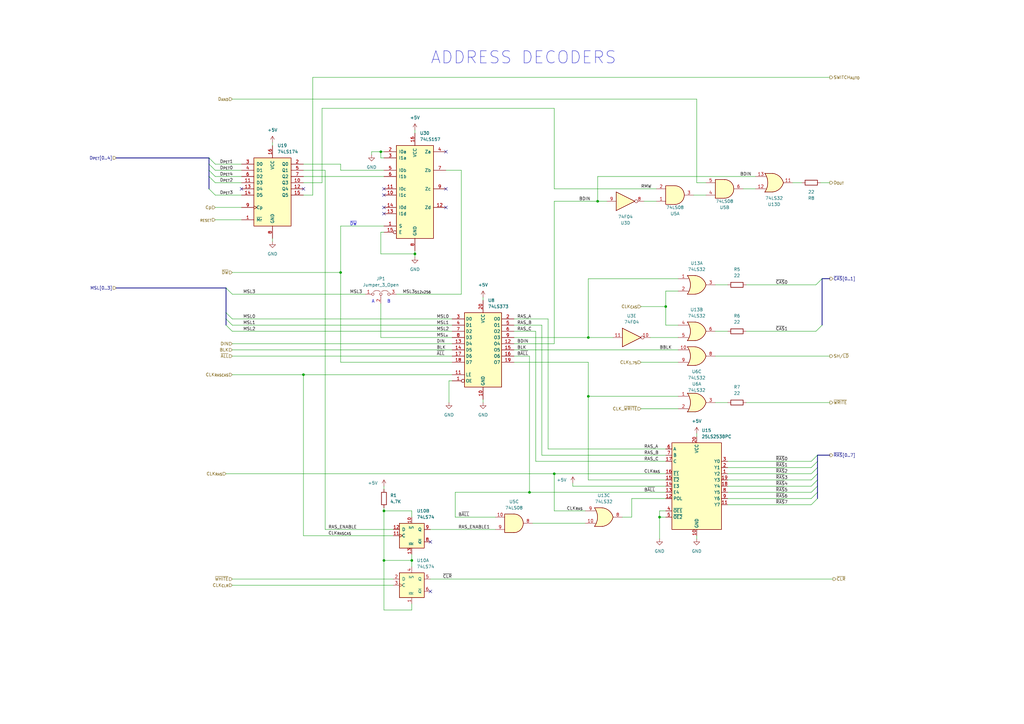
<source format=kicad_sch>
(kicad_sch (version 20230121) (generator eeschema)
  (paper "A3")
  (title_block (title "LOW SPEED GRAPHIK") (date "2022-03-13") (rev "V001") (comment 1 "reverse-engineered in 2022") (comment 2 "creativecommons.org/licenses/by/4.0/") (comment 3 "License: CC BY 4.0") (comment 4 "Author: InsaneDruid"))
  (lib_symbols
    (symbol "74xx:74AHC04"
      (property "Reference" "U" (at 0 1.27 0))
      (property "Value" "74AHC04" (at 0 -1.27 0))
      (symbol "74AHC04_1_0"
        (polyline (pts (xy -3.81 3.81) (xy -3.81 -3.81) (xy 3.81 0) (xy -3.81 3.81)) (stroke (width 0.254)) (fill (type background)))
        (pin input line (at -7.62 0 0) (length 3.81) (name "~") (number "1"))
        (pin output inverted (at 7.62 0 180) (length 3.81) (name "~") (number "2"))
      )
      (symbol "74AHC04_2_0"
        (polyline (pts (xy -3.81 3.81) (xy -3.81 -3.81) (xy 3.81 0) (xy -3.81 3.81)) (stroke (width 0.254)) (fill (type background)))
        (pin input line (at -7.62 0 0) (length 3.81) (name "~") (number "3"))
        (pin output inverted (at 7.62 0 180) (length 3.81) (name "~") (number "4"))
      )
      (symbol "74AHC04_3_0"
        (polyline (pts (xy -3.81 3.81) (xy -3.81 -3.81) (xy 3.81 0) (xy -3.81 3.81)) (stroke (width 0.254)) (fill (type background)))
        (pin input line (at -7.62 0 0) (length 3.81) (name "~") (number "5"))
        (pin output inverted (at 7.62 0 180) (length 3.81) (name "~") (number "6"))
      )
      (symbol "74AHC04_4_0"
        (polyline (pts (xy -3.81 3.81) (xy -3.81 -3.81) (xy 3.81 0) (xy -3.81 3.81)) (stroke (width 0.254)) (fill (type background)))
        (pin output inverted (at 7.62 0 180) (length 3.81) (name "~") (number "8"))
        (pin input line (at -7.62 0 0) (length 3.81) (name "~") (number "9"))
      )
      (symbol "74AHC04_5_0"
        (polyline (pts (xy -3.81 3.81) (xy -3.81 -3.81) (xy 3.81 0) (xy -3.81 3.81)) (stroke (width 0.254)) (fill (type background)))
        (pin output inverted (at 7.62 0 180) (length 3.81) (name "~") (number "10"))
        (pin input line (at -7.62 0 0) (length 3.81) (name "~") (number "11"))
      )
      (symbol "74AHC04_6_0"
        (polyline (pts (xy -3.81 3.81) (xy -3.81 -3.81) (xy 3.81 0) (xy -3.81 3.81)) (stroke (width 0.254)) (fill (type background)))
        (pin output inverted (at 7.62 0 180) (length 3.81) (name "~") (number "12"))
        (pin input line (at -7.62 0 0) (length 3.81) (name "~") (number "13"))
      )
      (symbol "74AHC04_7_0"
        (pin power_in line (at 0 12.7 270) (length 5.08) (name "VCC") (number "14"))
        (pin power_in line (at 0 -12.7 90) (length 5.08) (name "GND") (number "7"))
      )
      (symbol "74AHC04_7_1"
        (rectangle (start -5.08 7.62) (end 5.08 -7.62) (stroke (width 0.254)) (fill (type background)))
      )
    )
    (symbol "74xx:74LS08" (pin_names (offset 1.016))
      (property "Reference" "U" (at 0 1.27 0))
      (property "Value" "74LS08" (at 0 -1.27 0))
      (symbol "74LS08_1_1"
        (arc (start 0 -3.81) (mid 3.7934 0) (end 0 3.81) (stroke (width 0.254)) (fill (type background)))
        (polyline (pts (xy 0 3.81) (xy -3.81 3.81) (xy -3.81 -3.81) (xy 0 -3.81)) (stroke (width 0.254)) (fill (type background)))
        (pin input line (at -7.62 2.54 0) (length 3.81) (name "~") (number "1"))
        (pin input line (at -7.62 -2.54 0) (length 3.81) (name "~") (number "2"))
        (pin output line (at 7.62 0 180) (length 3.81) (name "~") (number "3"))
      )
      (symbol "74LS08_1_2"
        (arc (start -3.81 -3.81) (mid -2.589 0) (end -3.81 3.81) (stroke (width 0.254)))
        (arc (start -0.6096 -3.81) (mid 2.1855 -2.584) (end 3.81 0) (stroke (width 0.254)) (fill (type background)))
        (polyline (pts (xy -3.81 -3.81) (xy -0.635 -3.81)) (stroke (width 0.254)) (fill (type background)))
        (polyline (pts (xy -3.81 3.81) (xy -0.635 3.81)) (stroke (width 0.254)) (fill (type background)))
        (polyline (pts (xy -0.635 3.81) (xy -3.81 3.81) (xy -3.81 3.81) (xy -3.556 3.4036) (xy -3.0226 2.2606) (xy -2.6924 1.0414) (xy -2.6162 -0.254) (xy -2.7686 -1.4986) (xy -3.175 -2.7178) (xy -3.81 -3.81) (xy -3.81 -3.81) (xy -0.635 -3.81)) (stroke (width -25.4)) (fill (type background)))
        (arc (start 3.81 0) (mid 2.1928 2.5925) (end -0.6096 3.81) (stroke (width 0.254)) (fill (type background)))
        (pin input inverted (at -7.62 2.54 0) (length 4.318) (name "~") (number "1"))
        (pin input inverted (at -7.62 -2.54 0) (length 4.318) (name "~") (number "2"))
        (pin output inverted (at 7.62 0 180) (length 3.81) (name "~") (number "3"))
      )
      (symbol "74LS08_2_1"
        (arc (start 0 -3.81) (mid 3.7934 0) (end 0 3.81) (stroke (width 0.254)) (fill (type background)))
        (polyline (pts (xy 0 3.81) (xy -3.81 3.81) (xy -3.81 -3.81) (xy 0 -3.81)) (stroke (width 0.254)) (fill (type background)))
        (pin input line (at -7.62 2.54 0) (length 3.81) (name "~") (number "4"))
        (pin input line (at -7.62 -2.54 0) (length 3.81) (name "~") (number "5"))
        (pin output line (at 7.62 0 180) (length 3.81) (name "~") (number "6"))
      )
      (symbol "74LS08_2_2"
        (arc (start -3.81 -3.81) (mid -2.589 0) (end -3.81 3.81) (stroke (width 0.254)))
        (arc (start -0.6096 -3.81) (mid 2.1855 -2.584) (end 3.81 0) (stroke (width 0.254)) (fill (type background)))
        (polyline (pts (xy -3.81 -3.81) (xy -0.635 -3.81)) (stroke (width 0.254)) (fill (type background)))
        (polyline (pts (xy -3.81 3.81) (xy -0.635 3.81)) (stroke (width 0.254)) (fill (type background)))
        (polyline (pts (xy -0.635 3.81) (xy -3.81 3.81) (xy -3.81 3.81) (xy -3.556 3.4036) (xy -3.0226 2.2606) (xy -2.6924 1.0414) (xy -2.6162 -0.254) (xy -2.7686 -1.4986) (xy -3.175 -2.7178) (xy -3.81 -3.81) (xy -3.81 -3.81) (xy -0.635 -3.81)) (stroke (width -25.4)) (fill (type background)))
        (arc (start 3.81 0) (mid 2.1928 2.5925) (end -0.6096 3.81) (stroke (width 0.254)) (fill (type background)))
        (pin input inverted (at -7.62 2.54 0) (length 4.318) (name "~") (number "4"))
        (pin input inverted (at -7.62 -2.54 0) (length 4.318) (name "~") (number "5"))
        (pin output inverted (at 7.62 0 180) (length 3.81) (name "~") (number "6"))
      )
      (symbol "74LS08_3_1"
        (arc (start 0 -3.81) (mid 3.7934 0) (end 0 3.81) (stroke (width 0.254)) (fill (type background)))
        (polyline (pts (xy 0 3.81) (xy -3.81 3.81) (xy -3.81 -3.81) (xy 0 -3.81)) (stroke (width 0.254)) (fill (type background)))
        (pin input line (at -7.62 -2.54 0) (length 3.81) (name "~") (number "10"))
        (pin output line (at 7.62 0 180) (length 3.81) (name "~") (number "8"))
        (pin input line (at -7.62 2.54 0) (length 3.81) (name "~") (number "9"))
      )
      (symbol "74LS08_3_2"
        (arc (start -3.81 -3.81) (mid -2.589 0) (end -3.81 3.81) (stroke (width 0.254)))
        (arc (start -0.6096 -3.81) (mid 2.1855 -2.584) (end 3.81 0) (stroke (width 0.254)) (fill (type background)))
        (polyline (pts (xy -3.81 -3.81) (xy -0.635 -3.81)) (stroke (width 0.254)) (fill (type background)))
        (polyline (pts (xy -3.81 3.81) (xy -0.635 3.81)) (stroke (width 0.254)) (fill (type background)))
        (polyline (pts (xy -0.635 3.81) (xy -3.81 3.81) (xy -3.81 3.81) (xy -3.556 3.4036) (xy -3.0226 2.2606) (xy -2.6924 1.0414) (xy -2.6162 -0.254) (xy -2.7686 -1.4986) (xy -3.175 -2.7178) (xy -3.81 -3.81) (xy -3.81 -3.81) (xy -0.635 -3.81)) (stroke (width -25.4)) (fill (type background)))
        (arc (start 3.81 0) (mid 2.1928 2.5925) (end -0.6096 3.81) (stroke (width 0.254)) (fill (type background)))
        (pin input inverted (at -7.62 -2.54 0) (length 4.318) (name "~") (number "10"))
        (pin output inverted (at 7.62 0 180) (length 3.81) (name "~") (number "8"))
        (pin input inverted (at -7.62 2.54 0) (length 4.318) (name "~") (number "9"))
      )
      (symbol "74LS08_4_1"
        (arc (start 0 -3.81) (mid 3.7934 0) (end 0 3.81) (stroke (width 0.254)) (fill (type background)))
        (polyline (pts (xy 0 3.81) (xy -3.81 3.81) (xy -3.81 -3.81) (xy 0 -3.81)) (stroke (width 0.254)) (fill (type background)))
        (pin output line (at 7.62 0 180) (length 3.81) (name "~") (number "11"))
        (pin input line (at -7.62 2.54 0) (length 3.81) (name "~") (number "12"))
        (pin input line (at -7.62 -2.54 0) (length 3.81) (name "~") (number "13"))
      )
      (symbol "74LS08_4_2"
        (arc (start -3.81 -3.81) (mid -2.589 0) (end -3.81 3.81) (stroke (width 0.254)))
        (arc (start -0.6096 -3.81) (mid 2.1855 -2.584) (end 3.81 0) (stroke (width 0.254)) (fill (type background)))
        (polyline (pts (xy -3.81 -3.81) (xy -0.635 -3.81)) (stroke (width 0.254)) (fill (type background)))
        (polyline (pts (xy -3.81 3.81) (xy -0.635 3.81)) (stroke (width 0.254)) (fill (type background)))
        (polyline (pts (xy -0.635 3.81) (xy -3.81 3.81) (xy -3.81 3.81) (xy -3.556 3.4036) (xy -3.0226 2.2606) (xy -2.6924 1.0414) (xy -2.6162 -0.254) (xy -2.7686 -1.4986) (xy -3.175 -2.7178) (xy -3.81 -3.81) (xy -3.81 -3.81) (xy -0.635 -3.81)) (stroke (width -25.4)) (fill (type background)))
        (arc (start 3.81 0) (mid 2.1928 2.5925) (end -0.6096 3.81) (stroke (width 0.254)) (fill (type background)))
        (pin output inverted (at 7.62 0 180) (length 3.81) (name "~") (number "11"))
        (pin input inverted (at -7.62 2.54 0) (length 4.318) (name "~") (number "12"))
        (pin input inverted (at -7.62 -2.54 0) (length 4.318) (name "~") (number "13"))
      )
      (symbol "74LS08_5_0"
        (pin power_in line (at 0 12.7 270) (length 5.08) (name "VCC") (number "14"))
        (pin power_in line (at 0 -12.7 90) (length 5.08) (name "GND") (number "7"))
      )
      (symbol "74LS08_5_1"
        (rectangle (start -5.08 7.62) (end 5.08 -7.62) (stroke (width 0.254)) (fill (type background)))
      )
    )
    (symbol "74xx:74LS157" (pin_names (offset 1.016))
      (property "Reference" "U" (at -7.62 19.05 0))
      (property "Value" "74LS157" (at -7.62 -21.59 0))
      (symbol "74LS157_1_0"
        (pin input line (at -12.7 -15.24 0) (length 5.08) (name "S") (number "1"))
        (pin input line (at -12.7 -2.54 0) (length 5.08) (name "I1c") (number "10"))
        (pin input line (at -12.7 0 0) (length 5.08) (name "I0c") (number "11"))
        (pin output line (at 12.7 -7.62 180) (length 5.08) (name "Zd") (number "12"))
        (pin input line (at -12.7 -10.16 0) (length 5.08) (name "I1d") (number "13"))
        (pin input line (at -12.7 -7.62 0) (length 5.08) (name "I0d") (number "14"))
        (pin input inverted (at -12.7 -17.78 0) (length 5.08) (name "E") (number "15"))
        (pin power_in line (at 0 22.86 270) (length 5.08) (name "VCC") (number "16"))
        (pin input line (at -12.7 15.24 0) (length 5.08) (name "I0a") (number "2"))
        (pin input line (at -12.7 12.7 0) (length 5.08) (name "I1a") (number "3"))
        (pin output line (at 12.7 15.24 180) (length 5.08) (name "Za") (number "4"))
        (pin input line (at -12.7 7.62 0) (length 5.08) (name "I0b") (number "5"))
        (pin input line (at -12.7 5.08 0) (length 5.08) (name "I1b") (number "6"))
        (pin output line (at 12.7 7.62 180) (length 5.08) (name "Zb") (number "7"))
        (pin power_in line (at 0 -25.4 90) (length 5.08) (name "GND") (number "8"))
        (pin output line (at 12.7 0 180) (length 5.08) (name "Zc") (number "9"))
      )
      (symbol "74LS157_1_1"
        (rectangle (start -7.62 17.78) (end 7.62 -20.32) (stroke (width 0.254)) (fill (type background)))
      )
    )
    (symbol "74xx:74LS174" (pin_names (offset 1.016))
      (property "Reference" "U" (at -7.62 13.97 0))
      (property "Value" "74LS174" (at -7.62 -16.51 0))
      (symbol "74LS174_1_0"
        (pin input line (at -12.7 -12.7 0) (length 5.08) (name "~{Mr}") (number "1"))
        (pin output line (at 12.7 2.54 180) (length 5.08) (name "Q3") (number "10"))
        (pin input line (at -12.7 2.54 0) (length 5.08) (name "D3") (number "11"))
        (pin output line (at 12.7 0 180) (length 5.08) (name "Q4") (number "12"))
        (pin input line (at -12.7 0 0) (length 5.08) (name "D4") (number "13"))
        (pin input line (at -12.7 -2.54 0) (length 5.08) (name "D5") (number "14"))
        (pin output line (at 12.7 -2.54 180) (length 5.08) (name "Q5") (number "15"))
        (pin power_in line (at 0 17.78 270) (length 5.08) (name "VCC") (number "16"))
        (pin output line (at 12.7 10.16 180) (length 5.08) (name "Q0") (number "2"))
        (pin input line (at -12.7 10.16 0) (length 5.08) (name "D0") (number "3"))
        (pin input line (at -12.7 7.62 0) (length 5.08) (name "D1") (number "4"))
        (pin output line (at 12.7 7.62 180) (length 5.08) (name "Q1") (number "5"))
        (pin input line (at -12.7 5.08 0) (length 5.08) (name "D2") (number "6"))
        (pin output line (at 12.7 5.08 180) (length 5.08) (name "Q2") (number "7"))
        (pin power_in line (at 0 -20.32 90) (length 5.08) (name "GND") (number "8"))
        (pin input clock (at -12.7 -7.62 0) (length 5.08) (name "Cp") (number "9"))
      )
      (symbol "74LS174_1_1"
        (rectangle (start -7.62 12.7) (end 7.62 -15.24) (stroke (width 0.254)) (fill (type background)))
      )
    )
    (symbol "74xx:74LS32" (pin_names (offset 1.016))
      (property "Reference" "U" (at 0 1.27 0))
      (property "Value" "74LS32" (at 0 -1.27 0))
      (symbol "74LS32_1_1"
        (arc (start -3.81 -3.81) (mid -2.589 0) (end -3.81 3.81) (stroke (width 0.254)))
        (arc (start -0.6096 -3.81) (mid 2.1855 -2.584) (end 3.81 0) (stroke (width 0.254)) (fill (type background)))
        (polyline (pts (xy -3.81 -3.81) (xy -0.635 -3.81)) (stroke (width 0.254)) (fill (type background)))
        (polyline (pts (xy -3.81 3.81) (xy -0.635 3.81)) (stroke (width 0.254)) (fill (type background)))
        (polyline (pts (xy -0.635 3.81) (xy -3.81 3.81) (xy -3.81 3.81) (xy -3.556 3.4036) (xy -3.0226 2.2606) (xy -2.6924 1.0414) (xy -2.6162 -0.254) (xy -2.7686 -1.4986) (xy -3.175 -2.7178) (xy -3.81 -3.81) (xy -3.81 -3.81) (xy -0.635 -3.81)) (stroke (width -25.4)) (fill (type background)))
        (arc (start 3.81 0) (mid 2.1928 2.5925) (end -0.6096 3.81) (stroke (width 0.254)) (fill (type background)))
        (pin input line (at -7.62 2.54 0) (length 4.318) (name "~") (number "1"))
        (pin input line (at -7.62 -2.54 0) (length 4.318) (name "~") (number "2"))
        (pin output line (at 7.62 0 180) (length 3.81) (name "~") (number "3"))
      )
      (symbol "74LS32_1_2"
        (arc (start 0 -3.81) (mid 3.7934 0) (end 0 3.81) (stroke (width 0.254)) (fill (type background)))
        (polyline (pts (xy 0 3.81) (xy -3.81 3.81) (xy -3.81 -3.81) (xy 0 -3.81)) (stroke (width 0.254)) (fill (type background)))
        (pin input inverted (at -7.62 2.54 0) (length 3.81) (name "~") (number "1"))
        (pin input inverted (at -7.62 -2.54 0) (length 3.81) (name "~") (number "2"))
        (pin output inverted (at 7.62 0 180) (length 3.81) (name "~") (number "3"))
      )
      (symbol "74LS32_2_1"
        (arc (start -3.81 -3.81) (mid -2.589 0) (end -3.81 3.81) (stroke (width 0.254)))
        (arc (start -0.6096 -3.81) (mid 2.1855 -2.584) (end 3.81 0) (stroke (width 0.254)) (fill (type background)))
        (polyline (pts (xy -3.81 -3.81) (xy -0.635 -3.81)) (stroke (width 0.254)) (fill (type background)))
        (polyline (pts (xy -3.81 3.81) (xy -0.635 3.81)) (stroke (width 0.254)) (fill (type background)))
        (polyline (pts (xy -0.635 3.81) (xy -3.81 3.81) (xy -3.81 3.81) (xy -3.556 3.4036) (xy -3.0226 2.2606) (xy -2.6924 1.0414) (xy -2.6162 -0.254) (xy -2.7686 -1.4986) (xy -3.175 -2.7178) (xy -3.81 -3.81) (xy -3.81 -3.81) (xy -0.635 -3.81)) (stroke (width -25.4)) (fill (type background)))
        (arc (start 3.81 0) (mid 2.1928 2.5925) (end -0.6096 3.81) (stroke (width 0.254)) (fill (type background)))
        (pin input line (at -7.62 2.54 0) (length 4.318) (name "~") (number "4"))
        (pin input line (at -7.62 -2.54 0) (length 4.318) (name "~") (number "5"))
        (pin output line (at 7.62 0 180) (length 3.81) (name "~") (number "6"))
      )
      (symbol "74LS32_2_2"
        (arc (start 0 -3.81) (mid 3.7934 0) (end 0 3.81) (stroke (width 0.254)) (fill (type background)))
        (polyline (pts (xy 0 3.81) (xy -3.81 3.81) (xy -3.81 -3.81) (xy 0 -3.81)) (stroke (width 0.254)) (fill (type background)))
        (pin input inverted (at -7.62 2.54 0) (length 3.81) (name "~") (number "4"))
        (pin input inverted (at -7.62 -2.54 0) (length 3.81) (name "~") (number "5"))
        (pin output inverted (at 7.62 0 180) (length 3.81) (name "~") (number "6"))
      )
      (symbol "74LS32_3_1"
        (arc (start -3.81 -3.81) (mid -2.589 0) (end -3.81 3.81) (stroke (width 0.254)))
        (arc (start -0.6096 -3.81) (mid 2.1855 -2.584) (end 3.81 0) (stroke (width 0.254)) (fill (type background)))
        (polyline (pts (xy -3.81 -3.81) (xy -0.635 -3.81)) (stroke (width 0.254)) (fill (type background)))
        (polyline (pts (xy -3.81 3.81) (xy -0.635 3.81)) (stroke (width 0.254)) (fill (type background)))
        (polyline (pts (xy -0.635 3.81) (xy -3.81 3.81) (xy -3.81 3.81) (xy -3.556 3.4036) (xy -3.0226 2.2606) (xy -2.6924 1.0414) (xy -2.6162 -0.254) (xy -2.7686 -1.4986) (xy -3.175 -2.7178) (xy -3.81 -3.81) (xy -3.81 -3.81) (xy -0.635 -3.81)) (stroke (width -25.4)) (fill (type background)))
        (arc (start 3.81 0) (mid 2.1928 2.5925) (end -0.6096 3.81) (stroke (width 0.254)) (fill (type background)))
        (pin input line (at -7.62 -2.54 0) (length 4.318) (name "~") (number "10"))
        (pin output line (at 7.62 0 180) (length 3.81) (name "~") (number "8"))
        (pin input line (at -7.62 2.54 0) (length 4.318) (name "~") (number "9"))
      )
      (symbol "74LS32_3_2"
        (arc (start 0 -3.81) (mid 3.7934 0) (end 0 3.81) (stroke (width 0.254)) (fill (type background)))
        (polyline (pts (xy 0 3.81) (xy -3.81 3.81) (xy -3.81 -3.81) (xy 0 -3.81)) (stroke (width 0.254)) (fill (type background)))
        (pin input inverted (at -7.62 -2.54 0) (length 3.81) (name "~") (number "10"))
        (pin output inverted (at 7.62 0 180) (length 3.81) (name "~") (number "8"))
        (pin input inverted (at -7.62 2.54 0) (length 3.81) (name "~") (number "9"))
      )
      (symbol "74LS32_4_1"
        (arc (start -3.81 -3.81) (mid -2.589 0) (end -3.81 3.81) (stroke (width 0.254)))
        (arc (start -0.6096 -3.81) (mid 2.1855 -2.584) (end 3.81 0) (stroke (width 0.254)) (fill (type background)))
        (polyline (pts (xy -3.81 -3.81) (xy -0.635 -3.81)) (stroke (width 0.254)) (fill (type background)))
        (polyline (pts (xy -3.81 3.81) (xy -0.635 3.81)) (stroke (width 0.254)) (fill (type background)))
        (polyline (pts (xy -0.635 3.81) (xy -3.81 3.81) (xy -3.81 3.81) (xy -3.556 3.4036) (xy -3.0226 2.2606) (xy -2.6924 1.0414) (xy -2.6162 -0.254) (xy -2.7686 -1.4986) (xy -3.175 -2.7178) (xy -3.81 -3.81) (xy -3.81 -3.81) (xy -0.635 -3.81)) (stroke (width -25.4)) (fill (type background)))
        (arc (start 3.81 0) (mid 2.1928 2.5925) (end -0.6096 3.81) (stroke (width 0.254)) (fill (type background)))
        (pin output line (at 7.62 0 180) (length 3.81) (name "~") (number "11"))
        (pin input line (at -7.62 2.54 0) (length 4.318) (name "~") (number "12"))
        (pin input line (at -7.62 -2.54 0) (length 4.318) (name "~") (number "13"))
      )
      (symbol "74LS32_4_2"
        (arc (start 0 -3.81) (mid 3.7934 0) (end 0 3.81) (stroke (width 0.254)) (fill (type background)))
        (polyline (pts (xy 0 3.81) (xy -3.81 3.81) (xy -3.81 -3.81) (xy 0 -3.81)) (stroke (width 0.254)) (fill (type background)))
        (pin output inverted (at 7.62 0 180) (length 3.81) (name "~") (number "11"))
        (pin input inverted (at -7.62 2.54 0) (length 3.81) (name "~") (number "12"))
        (pin input inverted (at -7.62 -2.54 0) (length 3.81) (name "~") (number "13"))
      )
      (symbol "74LS32_5_0"
        (pin power_in line (at 0 12.7 270) (length 5.08) (name "VCC") (number "14"))
        (pin power_in line (at 0 -12.7 90) (length 5.08) (name "GND") (number "7"))
      )
      (symbol "74LS32_5_1"
        (rectangle (start -5.08 7.62) (end 5.08 -7.62) (stroke (width 0.254)) (fill (type background)))
      )
    )
    (symbol "74xx:74LS373"
      (property "Reference" "U" (at -7.62 16.51 0))
      (property "Value" "74LS373" (at -7.62 -16.51 0))
      (symbol "74LS373_1_0"
        (pin input inverted (at -12.7 -12.7 0) (length 5.08) (name "OE") (number "1"))
        (pin power_in line (at 0 -20.32 90) (length 5.08) (name "GND") (number "10"))
        (pin input line (at -12.7 -10.16 0) (length 5.08) (name "LE") (number "11"))
        (pin tri_state line (at 12.7 2.54 180) (length 5.08) (name "O4") (number "12"))
        (pin input line (at -12.7 2.54 0) (length 5.08) (name "D4") (number "13"))
        (pin input line (at -12.7 0 0) (length 5.08) (name "D5") (number "14"))
        (pin tri_state line (at 12.7 0 180) (length 5.08) (name "O5") (number "15"))
        (pin tri_state line (at 12.7 -2.54 180) (length 5.08) (name "O6") (number "16"))
        (pin input line (at -12.7 -2.54 0) (length 5.08) (name "D6") (number "17"))
        (pin input line (at -12.7 -5.08 0) (length 5.08) (name "D7") (number "18"))
        (pin tri_state line (at 12.7 -5.08 180) (length 5.08) (name "O7") (number "19"))
        (pin tri_state line (at 12.7 12.7 180) (length 5.08) (name "O0") (number "2"))
        (pin power_in line (at 0 20.32 270) (length 5.08) (name "VCC") (number "20"))
        (pin input line (at -12.7 12.7 0) (length 5.08) (name "D0") (number "3"))
        (pin input line (at -12.7 10.16 0) (length 5.08) (name "D1") (number "4"))
        (pin tri_state line (at 12.7 10.16 180) (length 5.08) (name "O1") (number "5"))
        (pin tri_state line (at 12.7 7.62 180) (length 5.08) (name "O2") (number "6"))
        (pin input line (at -12.7 7.62 0) (length 5.08) (name "D2") (number "7"))
        (pin input line (at -12.7 5.08 0) (length 5.08) (name "D3") (number "8"))
        (pin tri_state line (at 12.7 5.08 180) (length 5.08) (name "O3") (number "9"))
      )
      (symbol "74LS373_1_1"
        (rectangle (start -7.62 15.24) (end 7.62 -15.24) (stroke (width 0.254)) (fill (type background)))
      )
    )
    (symbol "74xx:74LS74" (pin_names (offset 1.016))
      (property "Reference" "U" (at -7.62 8.89 0))
      (property "Value" "74LS74" (at -7.62 -8.89 0))
      (symbol "74LS74_1_0"
        (pin input line (at 0 -7.62 90) (length 2.54) (name "~{R}") (number "1"))
        (pin input line (at -7.62 2.54 0) (length 2.54) (name "D") (number "2"))
        (pin input clock (at -7.62 0 0) (length 2.54) (name "C") (number "3"))
        (pin input line (at 0 7.62 270) (length 2.54) (name "~{S}") (number "4"))
        (pin output line (at 7.62 2.54 180) (length 2.54) (name "Q") (number "5"))
        (pin output line (at 7.62 -2.54 180) (length 2.54) (name "~{Q}") (number "6"))
      )
      (symbol "74LS74_1_1"
        (rectangle (start -5.08 5.08) (end 5.08 -5.08) (stroke (width 0.254)) (fill (type background)))
      )
      (symbol "74LS74_2_0"
        (pin input line (at 0 7.62 270) (length 2.54) (name "~{S}") (number "10"))
        (pin input clock (at -7.62 0 0) (length 2.54) (name "C") (number "11"))
        (pin input line (at -7.62 2.54 0) (length 2.54) (name "D") (number "12"))
        (pin input line (at 0 -7.62 90) (length 2.54) (name "~{R}") (number "13"))
        (pin output line (at 7.62 -2.54 180) (length 2.54) (name "~{Q}") (number "8"))
        (pin output line (at 7.62 2.54 180) (length 2.54) (name "Q") (number "9"))
      )
      (symbol "74LS74_2_1"
        (rectangle (start -5.08 5.08) (end 5.08 -5.08) (stroke (width 0.254)) (fill (type background)))
      )
      (symbol "74LS74_3_0"
        (pin power_in line (at 0 10.16 270) (length 2.54) (name "VCC") (number "14"))
        (pin power_in line (at 0 -10.16 90) (length 2.54) (name "GND") (number "7"))
      )
      (symbol "74LS74_3_1"
        (rectangle (start -5.08 7.62) (end 5.08 -7.62) (stroke (width 0.254)) (fill (type background)))
      )
    )
    (symbol "Device:R" (pin_numbers hide) (pin_names (offset 0))
      (property "Reference" "R" (at 2.032 0 90))
      (property "Value" "R" (at 0 0 90))
      (symbol "R_0_1"
        (rectangle (start -1.016 -2.54) (end 1.016 2.54) (stroke (width 0.254)))
      )
      (symbol "R_1_1"
        (pin passive line (at 0 3.81 270) (length 1.27) (name "~") (number "1"))
        (pin passive line (at 0 -3.81 90) (length 1.27) (name "~") (number "2"))
      )
    )
    (symbol "Jumper:Jumper_3_Open" (pin_names (offset 0) hide)
      (property "Reference" "JP" (at -2.54 -2.54 0))
      (property "Value" "Jumper_3_Open" (at 0 2.794 0))
      (symbol "Jumper_3_Open_0_0"
        (circle (center -3.302 0) (radius 0.508))
        (circle (center 0 0) (radius 0.508))
        (circle (center 3.302 0) (radius 0.508))
      )
      (symbol "Jumper_3_Open_0_1"
        (arc (start -0.254 1.016) (mid -1.651 1.4992) (end -3.048 1.016))
        (polyline (pts (xy 0 -0.508) (xy 0 -1.27)))
        (arc (start 3.048 1.016) (mid 1.651 1.4992) (end 0.254 1.016))
      )
      (symbol "Jumper_3_Open_1_1"
        (pin passive line (at -6.35 0 0) (length 2.54) (name "A") (number "1"))
        (pin passive line (at 0 -3.81 90) (length 2.54) (name "C") (number "2"))
        (pin passive line (at 6.35 0 180) (length 2.54) (name "B") (number "3"))
      )
    )
    (symbol "lsg_lib_sch:25LS2538PC"
      (property "Reference" "U15" (at -7.62 20.32 0))
      (property "Value" "25LS2538PC" (at 7.62 -20.32 0))
      (symbol "25LS2538PC_0_1"
        (rectangle (start -10.16 17.78) (end 10.16 -17.78) (stroke (width 0.254)) (fill (type background)))
      )
      (symbol "25LS2538PC_1_1"
        (pin output line (at 12.7 5.08 180) (length 2.54) (name "Y2") (number "1"))
        (pin power_in line (at 0 -20.32 90) (length 2.54) (name "GND") (number "10"))
        (pin output line (at 12.7 -7.62 180) (length 2.54) (name "Y7") (number "11"))
        (pin input line (at -12.7 -5.08 0) (length 2.54) (name "POL") (number "12"))
        (pin input line (at -12.7 -2.54 0) (length 2.54) (name "E4") (number "13"))
        (pin input line (at -12.7 0 0) (length 2.54) (name "E3") (number "14"))
        (pin input line (at -12.7 2.54 0) (length 2.54) (name "~{E2}") (number "15"))
        (pin input line (at -12.7 5.08 0) (length 2.54) (name "~{E1}") (number "16"))
        (pin input line (at -12.7 10.16 0) (length 2.54) (name "C") (number "17"))
        (pin output line (at 12.7 0 180) (length 2.54) (name "Y4") (number "18"))
        (pin output line (at 12.7 2.54 180) (length 2.54) (name "Y3") (number "19"))
        (pin output line (at 12.7 7.62 180) (length 2.54) (name "Y1") (number "2"))
        (pin power_in line (at 0 20.32 270) (length 2.54) (name "VCC") (number "20"))
        (pin output line (at 12.7 10.16 180) (length 2.54) (name "Y0") (number "3"))
        (pin input line (at -12.7 -10.16 0) (length 2.54) (name "~{OE1}") (number "4"))
        (pin input line (at -12.7 -12.7 0) (length 2.54) (name "~{OE2}") (number "5"))
        (pin input line (at -12.7 15.24 0) (length 2.54) (name "A") (number "6"))
        (pin input line (at -12.7 12.7 0) (length 2.54) (name "B") (number "7"))
        (pin output line (at 12.7 -2.54 180) (length 2.54) (name "Y5") (number "8"))
        (pin output line (at 12.7 -5.08 180) (length 2.54) (name "Y6") (number "9"))
      )
    )
    (symbol "power:+5V" (power) (pin_names (offset 0))
      (property "Value" "+5V" (at 0 3.556 0))
      (symbol "+5V_0_1"
        (polyline (pts (xy -0.762 1.27) (xy 0 2.54)))
        (polyline (pts (xy 0 0) (xy 0 2.54)))
        (polyline (pts (xy 0 2.54) (xy 0.762 1.27)))
      )
      (symbol "+5V_1_1"
        (pin power_in line (at 0 0 90) (length 0) hide (name "+5V") (number "1"))
      )
    )
    (symbol "power:GND" (power) (pin_names (offset 0))
      (property "Value" "GND" (at 0 -3.81 0))
      (symbol "GND_0_1"
        (polyline (pts (xy 0 0) (xy 0 -1.27) (xy 1.27 -1.27) (xy 0 -2.54) (xy -1.27 -1.27) (xy 0 -1.27)))
      )
      (symbol "GND_1_1"
        (pin power_in line (at 0 0 270) (length 0) hide (name "GND") (number "1"))
      )
    )
  )
  (junction (at 157.48 209.55))
  (junction (at 217.17 201.93))
  (junction (at 270.51 212.09))
  (junction (at 170.18 104.14))
  (junction (at 124.46 153.67))
  (junction (at 241.3 162.56))
  (junction (at 156.21 62.23))
  (junction (at 245.11 82.55))
  (junction (at 139.7 111.76))
  (junction (at 227.33 194.31))
  (junction (at 157.48 229.87))
  (junction (at 273.05 125.73))
  (junction (at 168.91 229.87))
  (junction (at 241.3 138.43))
  (no_connect (at 182.88 77.47))
  (no_connect (at 157.48 77.47))
  (no_connect (at 182.88 85.09))
  (no_connect (at 157.48 87.63))
  (no_connect (at 99.06 77.47))
  (no_connect (at 176.53 222.25))
  (no_connect (at 124.46 77.47))
  (no_connect (at 157.48 85.09))
  (no_connect (at 182.88 62.23))
  (no_connect (at 157.48 80.01))
  (no_connect (at 176.53 242.57))
  (bus_entry (at 332.74 207.01) (size 2.54 -2.54))
  (bus_entry (at 332.74 199.39) (size 2.54 -2.54))
  (bus_entry (at 332.74 201.93) (size 2.54 -2.54))
  (bus_entry (at 332.74 204.47) (size 2.54 -2.54))
  (bus_entry (at 332.74 189.23) (size 2.54 -2.54))
  (bus_entry (at 332.74 191.77) (size 2.54 -2.54))
  (bus_entry (at 332.74 194.31) (size 2.54 -2.54))
  (bus_entry (at 332.74 196.85) (size 2.54 -2.54))
  (bus_entry (at 92.71 128.27) (size 2.54 2.54))
  (bus_entry (at 92.71 130.81) (size 2.54 2.54))
  (bus_entry (at 92.71 133.35) (size 2.54 2.54))
  (bus_entry (at 92.71 118.11) (size 2.54 2.54))
  (bus_entry (at 334.645 116.84) (size 2.54 -2.54))
  (bus_entry (at 334.645 135.89) (size 2.54 -2.54))
  (bus_entry (at 85.725 69.85) (size 2.54 2.54))
  (bus_entry (at 85.725 72.39) (size 2.54 2.54))
  (bus_entry (at 85.725 77.47) (size 2.54 2.54))
  (bus_entry (at 85.725 64.77) (size 2.54 2.54))
  (bus_entry (at 85.725 67.31) (size 2.54 2.54))
  (wire (pts (xy 210.82 140.97) (xy 227.33 140.97)))
  (wire (pts (xy 298.45 201.93) (xy 332.74 201.93)))
  (wire (pts (xy 245.11 82.55) (xy 248.92 82.55)))
  (wire (pts (xy 88.265 72.39) (xy 99.06 72.39)))
  (wire (pts (xy 251.46 138.43) (xy 241.3 138.43)))
  (wire (pts (xy 124.46 153.67) (xy 124.46 219.71)))
  (wire (pts (xy 88.265 69.85) (xy 99.06 69.85)))
  (wire (pts (xy 156.21 104.14) (xy 170.18 104.14)))
  (wire (pts (xy 217.17 146.05) (xy 217.17 201.93)))
  (wire (pts (xy 186.69 201.93) (xy 186.69 212.09)))
  (wire (pts (xy 176.53 237.49) (xy 341.63 237.49)))
  (wire (pts (xy 170.18 102.87) (xy 170.18 104.14)))
  (wire (pts (xy 227.33 194.31) (xy 273.05 194.31)))
  (wire (pts (xy 306.07 135.89) (xy 334.645 135.89)))
  (wire (pts (xy 278.13 119.38) (xy 273.05 119.38)))
  (wire (pts (xy 95.25 133.35) (xy 185.42 133.35)))
  (wire (pts (xy 284.48 80.01) (xy 289.56 80.01)))
  (wire (pts (xy 285.75 74.93) (xy 289.56 74.93)))
  (bus (pts (xy 85.725 67.31) (xy 85.725 64.77)))
  (wire (pts (xy 111.76 97.79) (xy 111.76 99.06)))
  (wire (pts (xy 95.25 120.65) (xy 149.86 120.65)))
  (wire (pts (xy 88.265 90.17) (xy 99.06 90.17)))
  (wire (pts (xy 262.89 125.73) (xy 273.05 125.73)))
  (wire (pts (xy 139.7 148.59) (xy 185.42 148.59)))
  (wire (pts (xy 168.91 229.87) (xy 168.91 227.33)))
  (wire (pts (xy 182.88 69.85) (xy 189.23 69.85)))
  (wire (pts (xy 124.46 72.39) (xy 157.48 72.39)))
  (wire (pts (xy 298.45 191.77) (xy 332.74 191.77)))
  (bus (pts (xy 92.71 133.35) (xy 92.71 130.81)))
  (wire (pts (xy 157.48 208.28) (xy 157.48 209.55)))
  (wire (pts (xy 95.25 40.64) (xy 285.75 40.64)))
  (wire (pts (xy 241.3 148.59) (xy 241.3 162.56)))
  (bus (pts (xy 337.185 114.3) (xy 337.185 133.35)))
  (wire (pts (xy 139.7 148.59) (xy 139.7 111.76)))
  (wire (pts (xy 198.12 121.92) (xy 198.12 123.19)))
  (wire (pts (xy 95.25 240.03) (xy 161.29 240.03)))
  (wire (pts (xy 210.82 135.89) (xy 219.71 135.89)))
  (wire (pts (xy 298.45 199.39) (xy 332.74 199.39)))
  (wire (pts (xy 270.51 212.09) (xy 270.51 220.98)))
  (wire (pts (xy 245.11 82.55) (xy 245.11 72.39)))
  (wire (pts (xy 176.53 217.17) (xy 203.2 217.17)))
  (bus (pts (xy 85.725 64.77) (xy 47.625 64.77)))
  (wire (pts (xy 219.71 135.89) (xy 219.71 189.23)))
  (wire (pts (xy 156.21 64.77) (xy 157.48 64.77)))
  (wire (pts (xy 298.45 207.01) (xy 332.74 207.01)))
  (wire (pts (xy 128.27 31.75) (xy 340.36 31.75)))
  (wire (pts (xy 325.12 74.93) (xy 328.93 74.93)))
  (wire (pts (xy 189.23 69.85) (xy 189.23 120.65)))
  (wire (pts (xy 293.37 146.05) (xy 340.36 146.05)))
  (wire (pts (xy 170.18 53.34) (xy 170.18 54.61)))
  (wire (pts (xy 241.3 114.3) (xy 241.3 138.43)))
  (wire (pts (xy 95.25 237.49) (xy 161.29 237.49)))
  (wire (pts (xy 168.91 209.55) (xy 157.48 209.55)))
  (wire (pts (xy 298.45 204.47) (xy 332.74 204.47)))
  (wire (pts (xy 92.71 194.31) (xy 227.33 194.31)))
  (wire (pts (xy 156.21 62.23) (xy 156.21 64.77)))
  (wire (pts (xy 210.82 130.81) (xy 224.79 130.81)))
  (wire (pts (xy 217.17 201.93) (xy 273.05 201.93)))
  (wire (pts (xy 156.21 62.23) (xy 157.48 62.23)))
  (wire (pts (xy 185.42 138.43) (xy 156.21 138.43)))
  (wire (pts (xy 234.95 198.12) (xy 234.95 199.39)))
  (bus (pts (xy 335.28 196.85) (xy 335.28 199.39)))
  (wire (pts (xy 336.55 74.93) (xy 340.36 74.93)))
  (wire (pts (xy 95.25 146.05) (xy 185.42 146.05)))
  (wire (pts (xy 95.25 135.89) (xy 185.42 135.89)))
  (bus (pts (xy 340.36 186.69) (xy 335.28 186.69)))
  (wire (pts (xy 273.05 199.39) (xy 234.95 199.39)))
  (wire (pts (xy 293.37 116.84) (xy 298.45 116.84)))
  (wire (pts (xy 241.3 162.56) (xy 278.13 162.56)))
  (wire (pts (xy 241.3 196.85) (xy 241.3 162.56)))
  (wire (pts (xy 262.89 167.64) (xy 278.13 167.64)))
  (wire (pts (xy 95.25 143.51) (xy 185.42 143.51)))
  (wire (pts (xy 210.82 138.43) (xy 241.3 138.43)))
  (wire (pts (xy 88.265 74.93) (xy 99.06 74.93)))
  (wire (pts (xy 111.76 58.42) (xy 111.76 59.69)))
  (wire (pts (xy 132.08 74.93) (xy 132.08 44.45)))
  (wire (pts (xy 161.29 217.17) (xy 133.35 217.17)))
  (bus (pts (xy 335.28 194.31) (xy 335.28 196.85)))
  (wire (pts (xy 219.71 189.23) (xy 273.05 189.23)))
  (bus (pts (xy 335.28 186.69) (xy 335.28 189.23)))
  (wire (pts (xy 273.05 133.35) (xy 278.13 133.35)))
  (wire (pts (xy 124.46 74.93) (xy 132.08 74.93)))
  (wire (pts (xy 168.91 250.19) (xy 168.91 247.65)))
  (wire (pts (xy 218.44 214.63) (xy 240.03 214.63)))
  (wire (pts (xy 157.48 199.39) (xy 157.48 200.66)))
  (wire (pts (xy 293.37 165.1) (xy 298.45 165.1)))
  (wire (pts (xy 273.05 209.55) (xy 270.51 209.55)))
  (wire (pts (xy 157.48 209.55) (xy 157.48 229.87)))
  (wire (pts (xy 156.21 95.25) (xy 156.21 104.14)))
  (bus (pts (xy 335.28 199.39) (xy 335.28 201.93)))
  (wire (pts (xy 88.265 80.01) (xy 99.06 80.01)))
  (wire (pts (xy 222.25 133.35) (xy 222.25 186.69)))
  (wire (pts (xy 210.82 148.59) (xy 241.3 148.59)))
  (wire (pts (xy 227.33 82.55) (xy 227.33 140.97)))
  (wire (pts (xy 184.15 156.21) (xy 184.15 165.1)))
  (bus (pts (xy 85.725 77.47) (xy 85.725 72.39)))
  (wire (pts (xy 156.21 124.46) (xy 156.21 138.43)))
  (wire (pts (xy 133.35 69.85) (xy 133.35 217.17)))
  (wire (pts (xy 152.4 62.23) (xy 156.21 62.23)))
  (bus (pts (xy 335.28 189.23) (xy 335.28 191.77)))
  (wire (pts (xy 152.4 62.23) (xy 152.4 63.5)))
  (wire (pts (xy 262.89 148.59) (xy 278.13 148.59)))
  (wire (pts (xy 189.23 120.65) (xy 162.56 120.65)))
  (wire (pts (xy 306.07 116.84) (xy 334.645 116.84)))
  (wire (pts (xy 285.75 74.93) (xy 285.75 40.64)))
  (bus (pts (xy 47.625 118.11) (xy 92.71 118.11)))
  (wire (pts (xy 298.45 189.23) (xy 332.74 189.23)))
  (bus (pts (xy 92.71 130.81) (xy 92.71 128.27)))
  (wire (pts (xy 157.48 250.19) (xy 157.48 229.87)))
  (wire (pts (xy 224.79 184.15) (xy 273.05 184.15)))
  (wire (pts (xy 273.05 196.85) (xy 241.3 196.85)))
  (wire (pts (xy 88.265 85.09) (xy 99.06 85.09)))
  (wire (pts (xy 259.08 204.47) (xy 273.05 204.47)))
  (wire (pts (xy 285.75 177.8) (xy 285.75 179.07)))
  (wire (pts (xy 132.08 44.45) (xy 227.33 44.45)))
  (bus (pts (xy 335.28 191.77) (xy 335.28 194.31)))
  (wire (pts (xy 227.33 194.31) (xy 227.33 209.55)))
  (wire (pts (xy 227.33 82.55) (xy 245.11 82.55)))
  (wire (pts (xy 157.48 229.87) (xy 168.91 229.87)))
  (wire (pts (xy 227.33 209.55) (xy 240.03 209.55)))
  (wire (pts (xy 306.07 165.1) (xy 340.36 165.1)))
  (wire (pts (xy 273.05 119.38) (xy 273.05 125.73)))
  (bus (pts (xy 92.71 128.27) (xy 92.71 118.11)))
  (wire (pts (xy 170.18 105.41) (xy 170.18 104.14)))
  (wire (pts (xy 139.7 69.85) (xy 157.48 69.85)))
  (wire (pts (xy 168.91 212.09) (xy 168.91 209.55)))
  (wire (pts (xy 124.46 69.85) (xy 133.35 69.85)))
  (wire (pts (xy 95.25 140.97) (xy 185.42 140.97)))
  (wire (pts (xy 124.46 153.67) (xy 185.42 153.67)))
  (bus (pts (xy 340.36 114.3) (xy 337.185 114.3)))
  (wire (pts (xy 224.79 130.81) (xy 224.79 184.15)))
  (wire (pts (xy 139.7 92.71) (xy 139.7 111.76)))
  (wire (pts (xy 298.45 196.85) (xy 332.74 196.85)))
  (wire (pts (xy 293.37 135.89) (xy 298.45 135.89)))
  (wire (pts (xy 198.12 163.83) (xy 198.12 165.1)))
  (wire (pts (xy 241.3 114.3) (xy 278.13 114.3)))
  (wire (pts (xy 95.25 111.76) (xy 139.7 111.76)))
  (wire (pts (xy 304.8 77.47) (xy 309.88 77.47)))
  (wire (pts (xy 210.82 143.51) (xy 278.13 143.51)))
  (wire (pts (xy 139.7 67.31) (xy 139.7 69.85)))
  (wire (pts (xy 203.2 212.09) (xy 186.69 212.09)))
  (wire (pts (xy 269.24 77.47) (xy 227.33 77.47)))
  (wire (pts (xy 270.51 212.09) (xy 273.05 212.09)))
  (wire (pts (xy 128.27 80.01) (xy 128.27 31.75)))
  (wire (pts (xy 210.82 133.35) (xy 222.25 133.35)))
  (wire (pts (xy 88.265 67.31) (xy 99.06 67.31)))
  (wire (pts (xy 124.46 80.01) (xy 128.27 80.01)))
  (wire (pts (xy 259.08 212.09) (xy 259.08 204.47)))
  (wire (pts (xy 168.91 229.87) (xy 168.91 232.41)))
  (wire (pts (xy 157.48 95.25) (xy 156.21 95.25)))
  (wire (pts (xy 186.69 201.93) (xy 217.17 201.93)))
  (wire (pts (xy 259.08 212.09) (xy 255.27 212.09)))
  (wire (pts (xy 168.91 250.19) (xy 157.48 250.19)))
  (wire (pts (xy 285.75 219.71) (xy 285.75 220.98)))
  (wire (pts (xy 95.25 153.67) (xy 124.46 153.67)))
  (wire (pts (xy 124.46 67.31) (xy 139.7 67.31)))
  (wire (pts (xy 222.25 186.69) (xy 273.05 186.69)))
  (wire (pts (xy 278.13 138.43) (xy 266.7 138.43)))
  (wire (pts (xy 270.51 209.55) (xy 270.51 212.09)))
  (wire (pts (xy 139.7 92.71) (xy 157.48 92.71)))
  (wire (pts (xy 245.11 72.39) (xy 309.88 72.39)))
  (bus (pts (xy 85.725 72.39) (xy 85.725 69.85)))
  (wire (pts (xy 298.45 194.31) (xy 332.74 194.31)))
  (wire (pts (xy 264.16 82.55) (xy 269.24 82.55)))
  (wire (pts (xy 227.33 44.45) (xy 227.33 77.47)))
  (wire (pts (xy 95.25 130.81) (xy 185.42 130.81)))
  (bus (pts (xy 85.725 69.85) (xy 85.725 67.31)))
  (bus (pts (xy 335.28 201.93) (xy 335.28 204.47)))
  (wire (pts (xy 185.42 156.21) (xy 184.15 156.21)))
  (wire (pts (xy 124.46 219.71) (xy 161.29 219.71)))
  (wire (pts (xy 217.17 146.05) (xy 210.82 146.05)))
  (wire (pts (xy 273.05 125.73) (xy 273.05 133.35)))
  (text "A" (at 152.4 124.46 0) (effects (font (size 1.27 1.27)) (justify left bottom)))
  (text "ADDRESS DECODERS" (at 176.53 26.67 0) (effects (font (size 5 5)) (justify left bottom)))
  (text "~{DW}" (at 143.51 92.71 0) (effects (font (size 1.27 1.27)) (justify left bottom)))
  (text "B" (at 158.75 124.46 0) (effects (font (size 1.27 1.27)) (justify left bottom)))
  (label "MSL3" (at 99.695 120.65 0))
  (label "MSL2" (at 179.07 135.89 0))
  (label "MSL1" (at 179.07 133.35 0))
  (label "RAS_ENABLE" (at 134.62 217.17 0))
  (label "~{RAS}7" (at 318.135 207.01 0))
  (label "MSL1" (at 99.695 133.35 0))
  (label "MSL3" (at 143.51 120.65 0))
  (label "D_{PET}0" (at 90.17 69.85 0))
  (label "~{RAS}1" (at 318.135 191.77 0))
  (label "~{ALL}" (at 179.07 146.05 0))
  (label "RAS_A" (at 212.09 130.81 0))
  (label "RAS_C" (at 264.16 189.23 0))
  (label "~{RAS}4" (at 318.135 199.39 0))
  (label "D_{PET}2" (at 90.17 74.93 0))
  (label "~{CAS}0" (at 318.135 116.84 0))
  (label "RAS_C" (at 212.09 135.89 0))
  (label "D_{PET}1" (at 90.17 67.31 0))
  (label "B~{ALL}" (at 187.96 212.09 0))
  (label "~{RAS}2" (at 318.135 194.31 0))
  (label "BDIN" (at 237.49 82.55 0))
  (label "DIN" (at 179.07 140.97 0))
  (label "~{RAS}5" (at 318.135 201.93 0))
  (label "CLK_{RASCAS}" (at 134.62 219.71 0))
  (label "BDIN" (at 212.09 140.97 0))
  (label "B~{ALL}" (at 212.09 146.05 0))
  (label "MSL0" (at 99.695 130.81 0))
  (label "MSL2" (at 99.695 135.89 0))
  (label "~{CAS}1" (at 318.135 135.89 0))
  (label "MSL0" (at 179.07 130.81 0))
  (label "~{RAS}0" (at 318.135 189.23 0))
  (label "BLK" (at 212.09 143.51 0))
  (label "~{RAS}3" (at 318.135 196.85 0))
  (label "D_{PET}4" (at 90.17 72.39 0))
  (label "RAS_A" (at 264.16 184.15 0))
  (label "~{CLR}" (at 181.61 237.49 0))
  (label "MSL_{x}" (at 179.07 138.43 0))
  (label "RAS_B" (at 212.09 133.35 0))
  (label "BLK" (at 179.07 143.51 0))
  (label "D_{PET}3" (at 90.17 80.01 0))
  (label "RAS_B" (at 264.16 186.69 0))
  (label "BDIN" (at 303.53 72.39 0))
  (label "B~{ALL}" (at 264.16 201.93 0))
  (label "RMW" (at 262.89 77.47 0))
  (label "CLK_{RAS}" (at 232.41 209.55 0))
  (label "MSL3_{512x256}" (at 165.1 120.65 0))
  (label "CLK_{RAS}" (at 264.16 194.31 0))
  (label "~{RAS}6" (at 318.135 204.47 0))
  (label "RAS_ENABLE1" (at 187.96 217.17 0))
  (label "BBLK" (at 270.51 143.51 0))
  (hierarchical_label "~{CAS}[0..1]" (shape output) (at 340.36 114.3 0))
  (hierarchical_label "D_{PET}[0..4]" (shape input) (at 47.625 64.77 180))
  (hierarchical_label "~{DW}" (shape input) (at 95.25 111.76 180))
  (hierarchical_label "CLK_{RAS}" (shape input) (at 92.71 194.31 180))
  (hierarchical_label "~{CLR}" (shape output) (at 341.63 237.49 0))
  (hierarchical_label "~{WHITE}" (shape input) (at 95.25 237.49 180))
  (hierarchical_label "D_{OUT}" (shape output) (at 340.36 74.93 0))
  (hierarchical_label "CLK_{CAS}" (shape input) (at 262.89 125.73 180))
  (hierarchical_label "MSL[0..3]" (shape input) (at 47.625 118.11 180))
  (hierarchical_label "~{ALL}" (shape input) (at 95.25 146.05 180))
  (hierarchical_label "CLK_~{WRITE}" (shape input) (at 262.89 167.64 180))
  (hierarchical_label "_{RESET}" (shape input) (at 88.265 90.17 180))
  (hierarchical_label "Cp" (shape input) (at 88.265 85.09 180))
  (hierarchical_label "SH{slash}~{LD}" (shape output) (at 340.36 146.05 0))
  (hierarchical_label "CLK_{RASCAS}" (shape input) (at 95.25 153.67 180))
  (hierarchical_label "CLK_{1.75}" (shape input) (at 262.89 148.59 180))
  (hierarchical_label "CLK_{CLR}" (shape input) (at 95.25 240.03 180))
  (hierarchical_label "D_{AND}" (shape input) (at 95.25 40.64 180))
  (hierarchical_label "SWITCH_{AUTO}" (shape output) (at 340.36 31.75 0))
  (hierarchical_label "BLK" (shape input) (at 95.25 143.51 180))
  (hierarchical_label "DIN" (shape input) (at 95.25 140.97 180))
  (hierarchical_label "~{RAS}[0..7]" (shape output) (at 340.36 186.69 0))
  (hierarchical_label "~{WRITE}" (shape output) (at 340.36 165.1 0))
  (symbol (lib_id "power:GND") (at 285.75 220.98 0) (unit 1)
    (property "Reference" "#PWR082" (effects hide))
    (property "Value" "GND" (at 285.75 226.06 0))
  )
  (symbol (lib_id "Device:R") (at 302.26 116.84 90) (unit 1)
    (property "Reference" "R5" (at 302.26 110.49 90))
    (property "Value" "22" (at 302.26 113.03 90))
    (property "Footprint" "lsg_lib_fp:R_Axial_DIN0309_L9.0mm_D222.2mm_P12.70mm_Horizontal" (effects hide))
  )
  (symbol (lib_id "power:+5V") (at 285.75 177.8 0) (unit 1)
    (property "Reference" "#PWR081" (effects hide))
    (property "Value" "+5V" (at 285.75 172.72 0))
  )
  (symbol (lib_id "Device:R") (at 302.26 135.89 90) (unit 1)
    (property "Reference" "R6" (at 302.26 129.54 90))
    (property "Value" "22" (at 302.26 132.08 90))
    (property "Footprint" "lsg_lib_fp:R_Axial_DIN0309_L9.0mm_D222.2mm_P12.70mm_Horizontal" (effects hide))
  )
  (symbol (lib_id "Device:R") (at 332.74 74.93 90) (mirror x) (unit 1)
    (property "Reference" "R8" (at 332.74 81.28 90))
    (property "Value" "22" (at 332.74 78.74 90))
    (property "Footprint" "lsg_lib_fp:R_Axial_DIN0309_L9.0mm_D222.2mm_P12.70mm_Horizontal" (effects hide))
  )
  (symbol (lib_id "Device:R") (at 157.48 204.47 0) (unit 1)
    (property "Reference" "R1" (at 160.02 203.1999 0) (effects (justify left)))
    (property "Value" "4.7K" (at 160.02 205.7399 0) (effects (justify left)))
    (property "Footprint" "lsg_lib_fp:R_Axial_DIN0309_L9.0mm_D222.2mm_P12.70mm_Horizontal" (effects hide))
  )
  (symbol (lib_id "74xx:74AHC04") (at 259.08 138.43 0) (unit 5)
    (property "Reference" "U3" (at 259.08 129.54 0))
    (property "Value" "74F04" (at 259.08 132.08 0))
    (property "Footprint" "lsg_lib_fp:DIP-14_W7.62mm" (effects hide))
    (property "Datasheet" "https://assets.nexperia.com/documents/data-sheet/74AHC_AHCT04.pdf" (effects hide))
  )
  (symbol (lib_id "power:+5V") (at 157.48 199.39 0) (unit 1)
    (property "Reference" "#PWR074" (effects hide))
    (property "Value" "+5V" (at 154.94 198.1199 0) (effects (justify right)))
  )
  (symbol (lib_id "power:+5V") (at 198.12 121.92 0) (unit 1)
    (property "Reference" "#PWR078" (effects hide))
    (property "Value" "+5V" (at 198.12 116.84 0))
  )
  (symbol (lib_id "74xx:74LS32") (at 285.75 135.89 0) (unit 2)
    (property "Reference" "U13" (at 285.75 127 0))
    (property "Value" "74LS32" (at 285.75 129.54 0))
    (property "Footprint" "lsg_lib_fp:DIP-14_W7.62mm" (effects hide))
    (property "Datasheet" "http://www.ti.com/lit/gpn/sn74LS32" (effects hide))
  )
  (symbol (lib_id "74xx:74LS32") (at 317.5 74.93 0) (mirror x) (unit 4)
    (property "Reference" "U13" (at 317.5 83.82 0))
    (property "Value" "74LS32" (at 317.5 81.28 0))
    (property "Footprint" "lsg_lib_fp:DIP-14_W7.62mm" (effects hide))
    (property "Datasheet" "http://www.ti.com/lit/gpn/sn74LS32" (effects hide))
  )
  (symbol (lib_id "Device:R") (at 302.26 165.1 90) (unit 1)
    (property "Reference" "R7" (at 302.26 158.75 90))
    (property "Value" "22" (at 302.26 161.29 90))
    (property "Footprint" "lsg_lib_fp:R_Axial_DIN0309_L9.0mm_D222.2mm_P12.70mm_Horizontal" (effects hide))
  )
  (symbol (lib_id "74xx:74LS08") (at 276.86 80.01 0) (mirror x) (unit 1)
    (property "Reference" "U5" (at 276.86 87.63 0))
    (property "Value" "74LS08" (at 276.86 85.09 0))
    (property "Footprint" "lsg_lib_fp:DIP-14_W7.62mm" (effects hide))
    (property "Datasheet" "http://www.ti.com/lit/gpn/sn74LS08" (effects hide))
  )
  (symbol (lib_id "74xx:74LS74") (at 168.91 240.03 0) (unit 1)
    (property "Reference" "U10" (at 170.9294 229.87 0) (effects (justify left)))
    (property "Value" "74LS74" (at 170.9294 232.41 0) (effects (justify left)))
    (property "Footprint" "lsg_lib_fp:DIP-14_W7.62mm" (effects hide))
    (property "Datasheet" "https://www.futurlec.com/74LS/74LS74.shtml" (effects hide))
  )
  (symbol (lib_id "power:GND") (at 152.4 63.5 0) (unit 1)
    (property "Reference" "#PWR073" (effects hide))
    (property "Value" "GND" (at 152.4 68.58 0))
  )
  (symbol (lib_id "74xx:74AHC04") (at 256.54 82.55 0) (mirror x) (unit 4)
    (property "Reference" "U3" (at 256.54 91.44 0))
    (property "Value" "74F04" (at 256.54 88.9 0))
    (property "Footprint" "lsg_lib_fp:DIP-14_W7.62mm" (effects hide))
    (property "Datasheet" "https://assets.nexperia.com/documents/data-sheet/74AHC_AHCT04.pdf" (effects hide))
  )
  (symbol (lib_id "74xx:74LS373") (at 198.12 143.51 0) (unit 1)
    (property "Reference" "U8" (at 200.1394 123.19 0) (effects (justify left)))
    (property "Value" "74LS373" (at 200.1394 125.73 0) (effects (justify left)))
    (property "Footprint" "lsg_lib_fp:DIP-20_W7.62mm" (effects hide))
    (property "Datasheet" "http://www.ti.com/lit/gpn/sn74LS373" (effects hide))
  )
  (symbol (lib_id "power:+5V") (at 111.76 58.42 0) (unit 1)
    (property "Reference" "#PWR071" (effects hide))
    (property "Value" "+5V" (at 111.76 53.34 0))
  )
  (symbol (lib_id "74xx:74LS32") (at 285.75 116.84 0) (unit 1)
    (property "Reference" "U13" (at 285.75 107.95 0))
    (property "Value" "74LS32" (at 285.75 110.49 0))
    (property "Footprint" "lsg_lib_fp:DIP-14_W7.62mm" (effects hide))
    (property "Datasheet" "http://www.ti.com/lit/gpn/sn74LS32" (effects hide))
  )
  (symbol (lib_id "lsg_lib_sch:25LS2538PC") (at 285.75 199.39 0) (unit 1)
    (property "Reference" "U15" (at 287.7694 176.53 0) (effects (justify left)))
    (property "Value" "25LS2538PC" (at 287.7694 179.07 0) (effects (justify left)))
    (property "Footprint" "lsg_lib_fp:DIP-20_W7.62mm" (effects hide))
    (property "Datasheet" "https://www.elinfor.com/datasheet/25ls2538-d-59306" (effects hide))
  )
  (symbol (lib_id "power:GND") (at 198.12 165.1 0) (unit 1)
    (property "Reference" "#PWR079" (effects hide))
    (property "Value" "GND" (at 198.12 170.18 0))
  )
  (symbol (lib_id "power:GND") (at 184.15 165.1 0) (unit 1)
    (property "Reference" "#PWR077" (effects hide))
    (property "Value" "GND" (at 184.15 170.18 0))
  )
  (symbol (lib_id "74xx:74LS32") (at 247.65 212.09 0) (unit 3)
    (property "Reference" "U13" (at 247.65 203.2 0))
    (property "Value" "74LS32" (at 247.65 205.74 0))
    (property "Footprint" "lsg_lib_fp:DIP-14_W7.62mm" (effects hide))
    (property "Datasheet" "http://www.ti.com/lit/gpn/sn74LS32" (effects hide))
  )
  (symbol (lib_id "power:+5V") (at 234.95 198.12 0) (unit 1)
    (property "Reference" "#PWR0113" (effects hide))
    (property "Value" "+5V" (at 232.41 196.8499 0) (effects (justify right)))
  )
  (symbol (lib_id "74xx:74LS174") (at 111.76 77.47 0) (unit 1)
    (property "Reference" "U19" (at 113.7794 59.69 0) (effects (justify left)))
    (property "Value" "74LS174" (at 113.7794 62.23 0) (effects (justify left)))
    (property "Footprint" "lsg_lib_fp:DIP-16_W7.62mm" (effects hide))
    (property "Datasheet" "http://www.ti.com/lit/gpn/sn74LS174" (effects hide))
  )
  (symbol (lib_id "74xx:74LS32") (at 285.75 165.1 0) (unit 1)
    (property "Reference" "U6" (at 285.75 157.48 0))
    (property "Value" "74LS32" (at 285.75 160.02 0))
    (property "Footprint" "lsg_lib_fp:DIP-14_W7.62mm" (effects hide))
    (property "Datasheet" "http://www.ti.com/lit/gpn/sn74LS32" (effects hide))
  )
  (symbol (lib_id "74xx:74LS157") (at 170.18 77.47 0) (unit 1)
    (property "Reference" "U30" (at 172.1994 54.61 0) (effects (justify left)))
    (property "Value" "74LS157" (at 172.1994 57.15 0) (effects (justify left)))
    (property "Footprint" "lsg_lib_fp:DIP-16_W7.62mm" (effects hide))
    (property "Datasheet" "http://www.ti.com/lit/gpn/sn74LS157" (effects hide))
  )
  (symbol (lib_id "74xx:74LS08") (at 210.82 214.63 0) (mirror x) (unit 3)
    (property "Reference" "U5" (at 210.82 205.74 0))
    (property "Value" "74LS08" (at 210.82 208.28 0))
    (property "Footprint" "lsg_lib_fp:DIP-14_W7.62mm" (effects hide))
    (property "Datasheet" "http://www.ti.com/lit/gpn/sn74LS08" (effects hide))
  )
  (symbol (lib_id "74xx:74LS32") (at 285.75 146.05 0) (mirror x) (unit 3)
    (property "Reference" "U6" (at 285.75 152.4 0))
    (property "Value" "74LS32" (at 285.75 154.94 0))
    (property "Footprint" "lsg_lib_fp:DIP-14_W7.62mm" (effects hide))
    (property "Datasheet" "http://www.ti.com/lit/gpn/sn74LS32" (effects hide))
  )
  (symbol (lib_id "Jumper:Jumper_3_Open") (at 156.21 120.65 0) (unit 1) (in_bom no)
    (property "Reference" "JP1" (at 156.21 114.3 0))
    (property "Value" "Jumper_3_Open" (at 156.21 116.84 0))
    (property "Footprint" "lsg_lib_fp:lsg_Jumper" (effects hide))
  )
  (symbol (lib_id "power:GND") (at 170.18 105.41 0) (unit 1)
    (property "Reference" "#PWR076" (effects hide))
    (property "Value" "GND" (at 170.18 110.49 0))
  )
  (symbol (lib_id "74xx:74LS08") (at 297.18 77.47 0) (mirror x) (unit 2)
    (property "Reference" "U5" (at 297.18 85.09 0))
    (property "Value" "74LS08" (at 297.18 82.55 0))
    (property "Footprint" "lsg_lib_fp:DIP-14_W7.62mm" (effects hide))
    (property "Datasheet" "http://www.ti.com/lit/gpn/sn74LS08" (effects hide))
  )
  (symbol (lib_id "power:GND") (at 111.76 99.06 0) (unit 1)
    (property "Reference" "#PWR072" (effects hide))
    (property "Value" "GND" (at 111.76 104.14 0))
  )
  (symbol (lib_id "74xx:74LS74") (at 168.91 219.71 0) (unit 2)
    (property "Reference" "U10" (at 170.9294 209.55 0) (effects (justify left)))
    (property "Value" "74LS74" (at 170.9294 212.09 0) (effects (justify left)))
    (property "Footprint" "lsg_lib_fp:DIP-14_W7.62mm" (effects hide))
    (property "Datasheet" "https://www.futurlec.com/74LS/74LS74.shtml" (effects hide))
  )
  (symbol (lib_id "power:GND") (at 270.51 220.98 0) (unit 1)
    (property "Reference" "#PWR080" (effects hide))
    (property "Value" "GND" (at 270.51 226.06 0))
  )
  (symbol (lib_id "power:+5V") (at 170.18 53.34 0) (unit 1)
    (property "Reference" "#PWR075" (effects hide))
    (property "Value" "+5V" (at 170.18 48.26 0))
  )
)
</source>
